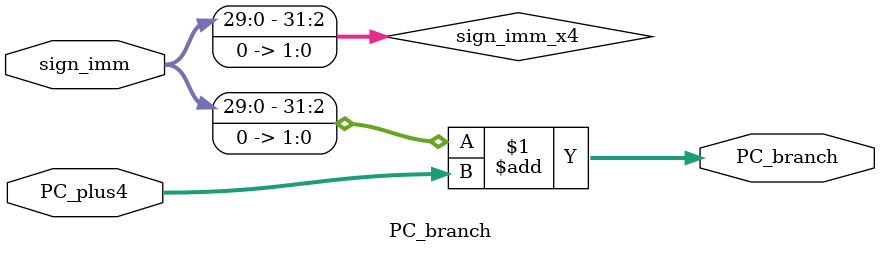
<source format=v>

module PC_branch (
    input [31:0] sign_imm,
    input [31:0] PC_plus4,
    output [31:0] PC_branch
);

wire [31:0] sign_imm_x4;

assign sign_imm_x4[31:2] = sign_imm[29:0];
assign sign_imm_x4[1:0] = 2'b00;

assign PC_branch = sign_imm_x4 + PC_plus4;

endmodule

</source>
